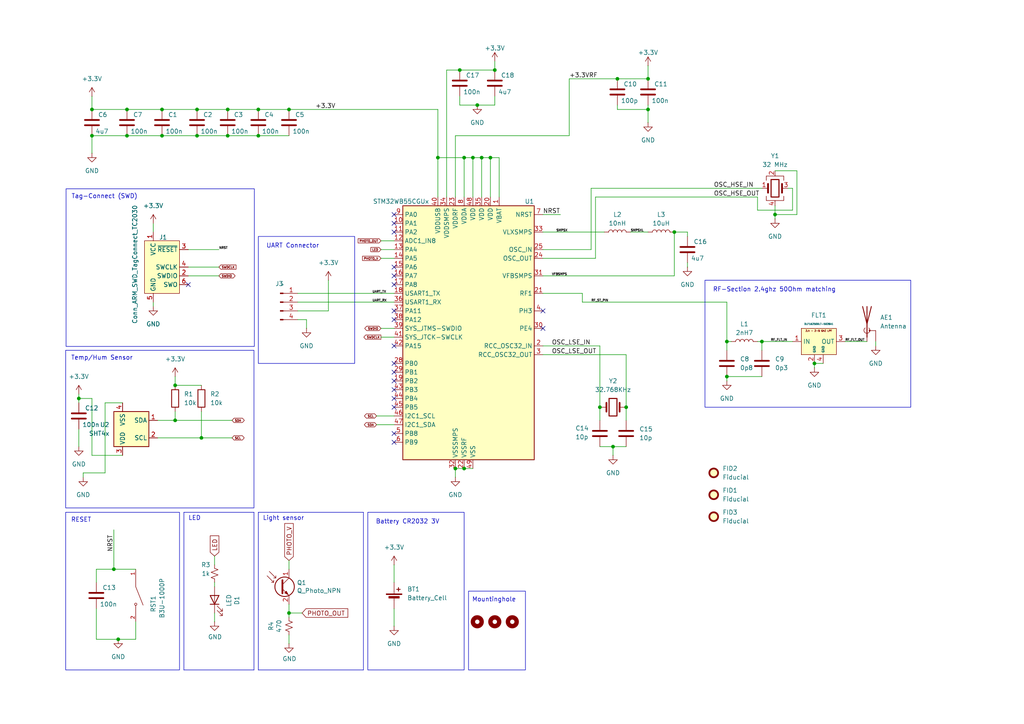
<source format=kicad_sch>
(kicad_sch (version 20231120) (generator "eeschema") (generator_version "8.0")
  (paper "A4")
  (title_block (title "STM32-Ambient-Sensor DEMO") (date "2024-05-18") (rev "1.0") (company "Exeu"))
  (lib_symbols
    (symbol "B3U-1000P:B3U-1000P" (pin_names (offset 1.016) hide)
      (property "Reference" "S" (at -2.54 2.54 0))
      (property "Value" "B3U-1000P" (at -2.54 -2.54 0))
      (symbol "B3U-1000P_0_0"
        (polyline (pts (xy -2.54 0) (xy -5.08 0)) (stroke (width 0.1524)))
        (polyline (pts (xy -2.54 0) (xy 2.794 2.1336)) (stroke (width 0.1524)))
        (polyline (pts (xy 5.08 0) (xy 2.921 0)) (stroke (width 0.1524)))
        (circle (center 2.54 0) (radius 0.3302) (stroke (width 0.1524)))
        (pin passive line (at -7.62 0 0) (length 2.54) (name "~") (number "1"))
        (pin passive line (at 7.62 0 180) (length 2.54) (name "~") (number "2"))
      )
    )
    (symbol "Connector:Conn_01x04_Pin" (pin_names (offset 1.016) hide)
      (property "Reference" "J" (at 0 5.08 0))
      (property "Value" "Conn_01x04_Pin" (at 0 -7.62 0))
      (symbol "Conn_01x04_Pin_1_1"
        (polyline (pts (xy 1.27 -5.08) (xy 0.8636 -5.08)) (stroke (width 0.1524)))
        (polyline (pts (xy 1.27 -2.54) (xy 0.8636 -2.54)) (stroke (width 0.1524)))
        (polyline (pts (xy 1.27 0) (xy 0.8636 0)) (stroke (width 0.1524)))
        (polyline (pts (xy 1.27 2.54) (xy 0.8636 2.54)) (stroke (width 0.1524)))
        (rectangle (start 0.8636 -4.953) (end 0 -5.207) (stroke (width 0.1524)) (fill (type outline)))
        (rectangle (start 0.8636 -2.413) (end 0 -2.667) (stroke (width 0.1524)) (fill (type outline)))
        (rectangle (start 0.8636 0.127) (end 0 -0.127) (stroke (width 0.1524)) (fill (type outline)))
        (rectangle (start 0.8636 2.667) (end 0 2.413) (stroke (width 0.1524)) (fill (type outline)))
        (pin passive line (at 5.08 2.54 180) (length 3.81) (name "Pin_1") (number "1"))
        (pin passive line (at 5.08 0 180) (length 3.81) (name "Pin_2") (number "2"))
        (pin passive line (at 5.08 -2.54 180) (length 3.81) (name "Pin_3") (number "3"))
        (pin passive line (at 5.08 -5.08 180) (length 3.81) (name "Pin_4") (number "4"))
      )
    )
    (symbol "Connector:Conn_ARM_SWD_TagConnect_TC2030" (in_bom no)
      (property "Reference" "J" (at 2.54 11.43 0))
      (property "Value" "Conn_ARM_SWD_TagConnect_TC2030" (at 5.08 8.89 0))
      (symbol "Conn_ARM_SWD_TagConnect_TC2030_0_0"
        (pin power_in line (at -2.54 10.16 270) (length 2.54) (name "VCC") (number "1"))
        (pin bidirectional line (at 7.62 -2.54 180) (length 2.54) (name "SWDIO") (number "2"))
        (pin open_collector line (at 7.62 5.08 180) (length 2.54) (name "~{RESET}") (number "3"))
        (pin output line (at 7.62 0 180) (length 2.54) (name "SWCLK") (number "4"))
        (pin power_in line (at -2.54 -10.16 90) (length 2.54) (name "GND") (number "5"))
        (pin input line (at 7.62 -5.08 180) (length 2.54) (name "SWO") (number "6"))
      )
      (symbol "Conn_ARM_SWD_TagConnect_TC2030_0_1"
        (rectangle (start -5.08 7.62) (end 5.08 -7.62) (fill (type background)))
      )
    )
    (symbol "DLF162500LT-5028A1:DLF162500LT-5028A1"
      (property "Reference" "FLT" (at 0 4.826 0))
      (property "Value" "DLF162500LT-5028A1" (at 0 1.778 0))
      (symbol "DLF162500LT-5028A1_0_0"
        (pin input line (at -7.62 0 0) (length 2.54) (name "IN") (number "1"))
        (pin passive line (at -1.27 -6.35 90) (length 2.54) (name "GND") (number "2"))
        (pin output line (at 7.62 0 180) (length 2.54) (name "OUT") (number "3"))
        (pin passive line (at 1.27 -6.35 90) (length 2.54) (name "GND") (number "4"))
      )
      (symbol "DLF162500LT-5028A1_1_1"
        (text_box "2.4 - 2-5 GhZ LPF" (at -5.08 3.81 0) (size 10.16 -7.62) (fill (type color) (color 255 255 194 1)) (effects (font (size 0.5 0.5)) (justify top)))
      )
    )
    (symbol "Device:Antenna_Shield" (pin_numbers hide) (pin_names (offset 1.016) hide)
      (property "Reference" "AE" (at -1.905 4.445 0))
      (property "Value" "Antenna_Shield" (at -1.905 2.54 0))
      (symbol "Antenna_Shield_0_1"
        (arc (start -0.508 -1.143) (mid -0.8429 -2.1194) (end 0 -2.667))
        (arc (start 0 -2.667) (mid 0.7989 -2.1052) (end 0.508 -1.143))
        (polyline (pts (xy 0 -2.54) (xy 0 0)))
        (polyline (pts (xy 0 5.08) (xy 0 -3.81)) (stroke (width 0.254)))
        (polyline (pts (xy 0.762 -1.905) (xy 2.54 -1.905)))
        (polyline (pts (xy 2.54 -2.54) (xy 2.54 -1.905)))
        (polyline (pts (xy 1.27 5.08) (xy 0 0) (xy -1.27 5.08)) (stroke (width 0.254)))
        (circle (center 0.762 -1.905) (radius 0.1778) (fill (type outline)))
      )
      (symbol "Antenna_Shield_1_1"
        (pin input line (at 0 -5.08 90) (length 2.54) (name "A") (number "1"))
        (pin input line (at 2.54 -5.08 90) (length 2.54) (name "Shield") (number "2"))
      )
    )
    (symbol "Device:Battery_Cell" (pin_numbers hide) (pin_names (offset 0) hide)
      (property "Reference" "BT" (at 2.54 2.54 0))
      (property "Value" "Battery_Cell" (at 2.54 0 0))
      (symbol "Battery_Cell_0_1"
        (rectangle (start -2.286 1.778) (end 2.286 1.524) (fill (type outline)))
        (rectangle (start -1.524 1.016) (end 1.524 0.508) (fill (type outline)))
        (polyline (pts (xy 0 0.762) (xy 0 0)))
        (polyline (pts (xy 0 1.778) (xy 0 2.54)))
        (polyline (pts (xy 0.762 3.048) (xy 1.778 3.048)) (stroke (width 0.254)))
        (polyline (pts (xy 1.27 3.556) (xy 1.27 2.54)) (stroke (width 0.254)))
      )
      (symbol "Battery_Cell_1_1"
        (pin passive line (at 0 5.08 270) (length 2.54) (name "+") (number "1"))
        (pin passive line (at 0 -2.54 90) (length 2.54) (name "-") (number "2"))
      )
    )
    (symbol "Device:C" (pin_numbers hide) (pin_names (offset 0.254))
      (property "Reference" "C" (at 0.635 2.54 0))
      (property "Value" "C" (at 0.635 -2.54 0))
      (symbol "C_0_1"
        (polyline (pts (xy -2.032 -0.762) (xy 2.032 -0.762)) (stroke (width 0.508)))
        (polyline (pts (xy -2.032 0.762) (xy 2.032 0.762)) (stroke (width 0.508)))
      )
      (symbol "C_1_1"
        (pin passive line (at 0 3.81 270) (length 2.794) (name "~") (number "1"))
        (pin passive line (at 0 -3.81 90) (length 2.794) (name "~") (number "2"))
      )
    )
    (symbol "Device:Crystal" (pin_numbers hide) (pin_names (offset 1.016) hide)
      (property "Reference" "Y" (at 0 3.81 0))
      (property "Value" "Crystal" (at 0 -3.81 0))
      (symbol "Crystal_0_1"
        (rectangle (start -1.143 2.54) (end 1.143 -2.54) (stroke (width 0.3048)))
        (polyline (pts (xy -2.54 0) (xy -1.905 0)))
        (polyline (pts (xy -1.905 -1.27) (xy -1.905 1.27)) (stroke (width 0.508)))
        (polyline (pts (xy 1.905 -1.27) (xy 1.905 1.27)) (stroke (width 0.508)))
        (polyline (pts (xy 2.54 0) (xy 1.905 0)))
      )
      (symbol "Crystal_1_1"
        (pin passive line (at -3.81 0 0) (length 1.27) (name "1") (number "1"))
        (pin passive line (at 3.81 0 180) (length 1.27) (name "2") (number "2"))
      )
    )
    (symbol "Device:Crystal_GND24" (pin_names (offset 1.016) hide)
      (property "Reference" "Y" (at 3.175 5.08 0))
      (property "Value" "Crystal_GND24" (at 3.175 3.175 0))
      (symbol "Crystal_GND24_0_1"
        (rectangle (start -1.143 2.54) (end 1.143 -2.54) (stroke (width 0.3048)))
        (polyline (pts (xy -2.54 0) (xy -2.032 0)))
        (polyline (pts (xy -2.032 -1.27) (xy -2.032 1.27)) (stroke (width 0.508)))
        (polyline (pts (xy 0 -3.81) (xy 0 -3.556)))
        (polyline (pts (xy 0 3.556) (xy 0 3.81)))
        (polyline (pts (xy 2.032 -1.27) (xy 2.032 1.27)) (stroke (width 0.508)))
        (polyline (pts (xy 2.032 0) (xy 2.54 0)))
        (polyline (pts (xy -2.54 -2.286) (xy -2.54 -3.556) (xy 2.54 -3.556) (xy 2.54 -2.286)))
        (polyline (pts (xy -2.54 2.286) (xy -2.54 3.556) (xy 2.54 3.556) (xy 2.54 2.286)))
      )
      (symbol "Crystal_GND24_1_1"
        (pin passive line (at -3.81 0 0) (length 1.27) (name "1") (number "1"))
        (pin passive line (at 0 5.08 270) (length 1.27) (name "2") (number "2"))
        (pin passive line (at 3.81 0 180) (length 1.27) (name "3") (number "3"))
        (pin passive line (at 0 -5.08 90) (length 1.27) (name "4") (number "4"))
      )
    )
    (symbol "Device:L" (pin_numbers hide) (pin_names (offset 1.016) hide)
      (property "Reference" "L" (at -1.27 0 90))
      (property "Value" "L" (at 1.905 0 90))
      (symbol "L_0_1"
        (arc (start 0 -2.54) (mid 0.6323 -1.905) (end 0 -1.27))
        (arc (start 0 -1.27) (mid 0.6323 -0.635) (end 0 0))
        (arc (start 0 0) (mid 0.6323 0.635) (end 0 1.27))
        (arc (start 0 1.27) (mid 0.6323 1.905) (end 0 2.54))
      )
      (symbol "L_1_1"
        (pin passive line (at 0 3.81 270) (length 1.27) (name "1") (number "1"))
        (pin passive line (at 0 -3.81 90) (length 1.27) (name "2") (number "2"))
      )
    )
    (symbol "Device:LED" (pin_numbers hide) (pin_names (offset 1.016) hide)
      (property "Reference" "D" (at 0 2.54 0))
      (property "Value" "LED" (at 0 -2.54 0))
      (symbol "LED_0_1"
        (polyline (pts (xy -1.27 -1.27) (xy -1.27 1.27)) (stroke (width 0.254)))
        (polyline (pts (xy -1.27 0) (xy 1.27 0)))
        (polyline (pts (xy 1.27 -1.27) (xy 1.27 1.27) (xy -1.27 0) (xy 1.27 -1.27)) (stroke (width 0.254)))
        (polyline (pts (xy -3.048 -0.762) (xy -4.572 -2.286) (xy -3.81 -2.286) (xy -4.572 -2.286) (xy -4.572 -1.524)))
        (polyline (pts (xy -1.778 -0.762) (xy -3.302 -2.286) (xy -2.54 -2.286) (xy -3.302 -2.286) (xy -3.302 -1.524)))
      )
      (symbol "LED_1_1"
        (pin passive line (at -3.81 0 0) (length 2.54) (name "K") (number "1"))
        (pin passive line (at 3.81 0 180) (length 2.54) (name "A") (number "2"))
      )
    )
    (symbol "Device:Q_Photo_NPN" (pin_names (offset 0) hide)
      (property "Reference" "Q" (at 5.08 1.27 0))
      (property "Value" "Q_Photo_NPN" (at 5.08 -1.27 0))
      (symbol "Q_Photo_NPN_0_1"
        (polyline (pts (xy -1.905 1.27) (xy -2.54 1.27)))
        (polyline (pts (xy -1.27 2.54) (xy -1.905 2.54)))
        (polyline (pts (xy 0.635 0.635) (xy 2.54 2.54)))
        (polyline (pts (xy -3.81 3.175) (xy -1.905 1.27) (xy -1.905 1.905)))
        (polyline (pts (xy -3.175 4.445) (xy -1.27 2.54) (xy -1.27 3.175)))
        (polyline (pts (xy 0.635 -0.635) (xy 2.54 -2.54) (xy 2.54 -2.54)))
        (polyline (pts (xy 0.635 1.905) (xy 0.635 -1.905) (xy 0.635 -1.905)) (stroke (width 0.508)))
        (polyline (pts (xy 1.27 -1.778) (xy 1.778 -1.27) (xy 2.286 -2.286) (xy 1.27 -1.778) (xy 1.27 -1.778)) (fill (type outline)))
        (circle (center 1.27 0) (radius 2.8194) (stroke (width 0.254)))
      )
      (symbol "Q_Photo_NPN_1_1"
        (pin passive line (at 2.54 5.08 270) (length 2.54) (name "C") (number "1"))
        (pin passive line (at 2.54 -5.08 90) (length 2.54) (name "E") (number "2"))
      )
    )
    (symbol "Device:R" (pin_numbers hide) (pin_names (offset 0))
      (property "Reference" "R" (at 2.032 0 90))
      (property "Value" "R" (at 0 0 90))
      (symbol "R_0_1"
        (rectangle (start -1.016 -2.54) (end 1.016 2.54) (stroke (width 0.254)))
      )
      (symbol "R_1_1"
        (pin passive line (at 0 3.81 270) (length 1.27) (name "~") (number "1"))
        (pin passive line (at 0 -3.81 90) (length 1.27) (name "~") (number "2"))
      )
    )
    (symbol "Device:R_Small_US" (pin_numbers hide) (pin_names (offset 0.254) hide)
      (property "Reference" "R" (at 0.762 0.508 0))
      (property "Value" "R_Small_US" (at 0.762 -1.016 0))
      (symbol "R_Small_US_1_1"
        (polyline (pts (xy 0 0) (xy 1.016 -0.381) (xy 0 -0.762) (xy -1.016 -1.143) (xy 0 -1.524)))
        (polyline (pts (xy 0 1.524) (xy 1.016 1.143) (xy 0 0.762) (xy -1.016 0.381) (xy 0 0)))
        (pin passive line (at 0 2.54 270) (length 1.016) (name "~") (number "1"))
        (pin passive line (at 0 -2.54 90) (length 1.016) (name "~") (number "2"))
      )
    )
    (symbol "MCU_ST_STM32WB:STM32WB55CGUx"
      (property "Reference" "U" (at -17.78 39.37 0))
      (property "Value" "STM32WB55CGUx" (at 12.7 39.37 0))
      (symbol "STM32WB55CGUx_0_1"
        (rectangle (start -17.78 -35.56) (end 20.32 38.1) (stroke (width 0.254)) (fill (type background)))
      )
      (symbol "STM32WB55CGUx_1_1"
        (pin power_in line (at -7.62 40.64 270) (length 2.54) (name "VBAT") (number "1"))
        (pin bidirectional line (at 22.86 33.02 180) (length 2.54) (name "PA1") (number "10"))
        (pin bidirectional line (at 22.86 30.48 180) (length 2.54) (name "PA2") (number "11"))
        (pin bidirectional line (at 22.86 27.94 180) (length 2.54) (name "PA3") (number "12") (alternate "ADC1_IN8" bidirectional line))
        (pin bidirectional line (at 22.86 25.4 180) (length 2.54) (name "PA4") (number "13"))
        (pin bidirectional line (at 22.86 22.86 180) (length 2.54) (name "PA5") (number "14"))
        (pin bidirectional line (at 22.86 20.32 180) (length 2.54) (name "PA6") (number "15"))
        (pin bidirectional line (at 22.86 17.78 180) (length 2.54) (name "PA7") (number "16"))
        (pin bidirectional line (at 22.86 15.24 180) (length 2.54) (name "PA8") (number "17") (alternate "" input line))
        (pin bidirectional line (at 22.86 12.7 180) (length 2.54) (name "PA9") (number "18") (alternate "I2C1_SCL" bidirectional line) (alternate "USART1_TX" bidirectional line))
        (pin bidirectional line (at 22.86 -12.7 180) (length 2.54) (name "PB2") (number "19"))
        (pin bidirectional line (at -20.32 -2.54 0) (length 2.54) (name "PC14") (number "2") (alternate "RCC_OSC32_IN" bidirectional line))
        (pin power_in line (at -5.08 40.64 270) (length 2.54) (name "VDD") (number "20"))
        (pin bidirectional line (at -20.32 12.7 0) (length 2.54) (name "RF1") (number "21"))
        (pin power_in line (at 2.54 -38.1 90) (length 2.54) (name "VSSRF") (number "22"))
        (pin power_in line (at 5.08 40.64 270) (length 2.54) (name "VDDRF") (number "23"))
        (pin input line (at -20.32 22.86 0) (length 2.54) (name "OSC_OUT") (number "24"))
        (pin input line (at -20.32 25.4 0) (length 2.54) (name "OSC_IN") (number "25"))
        (pin no_connect line (at -17.78 -35.56 0) (length 2.54) hide (name "AT0") (number "26"))
        (pin no_connect line (at -17.78 -33.02 0) (length 2.54) hide (name "AT1") (number "27"))
        (pin bidirectional line (at 22.86 -7.62 180) (length 2.54) (name "PB0") (number "28"))
        (pin bidirectional line (at 22.86 -10.16 180) (length 2.54) (name "PB1") (number "29"))
        (pin bidirectional line (at -20.32 -5.08 0) (length 2.54) (name "PC15") (number "3") (alternate "RCC_OSC32_OUT" bidirectional line))
        (pin bidirectional line (at -20.32 2.54 0) (length 2.54) (name "PE4") (number "30"))
        (pin input line (at -20.32 17.78 0) (length 2.54) (name "VFBSMPS") (number "31"))
        (pin power_in line (at 5.08 -38.1 90) (length 2.54) (name "VSSSMPS") (number "32"))
        (pin power_in line (at -20.32 30.48 0) (length 2.54) (name "VLXSMPS") (number "33"))
        (pin power_in line (at 7.62 40.64 270) (length 2.54) (name "VDDSMPS") (number "34"))
        (pin power_in line (at -2.54 40.64 270) (length 2.54) (name "VDD") (number "35"))
        (pin bidirectional line (at 22.86 10.16 180) (length 2.54) (name "PA10") (number "36") (alternate "I2C1_SDA" bidirectional line) (alternate "USART1_RX" bidirectional line))
        (pin bidirectional line (at 22.86 7.62 180) (length 2.54) (name "PA11") (number "37"))
        (pin bidirectional line (at 22.86 5.08 180) (length 2.54) (name "PA12") (number "38"))
        (pin bidirectional line (at 22.86 2.54 180) (length 2.54) (name "PA13") (number "39") (alternate "SYS_JTMS-SWDIO" bidirectional line))
        (pin bidirectional line (at -20.32 7.62 0) (length 2.54) (name "PH3") (number "4"))
        (pin power_in line (at 10.16 40.64 270) (length 2.54) (name "VDDUSB") (number "40"))
        (pin bidirectional line (at 22.86 0 180) (length 2.54) (name "PA14") (number "41") (alternate "SYS_JTCK-SWCLK" bidirectional line))
        (pin bidirectional line (at 22.86 -2.54 180) (length 2.54) (name "PA15") (number "42"))
        (pin bidirectional line (at 22.86 -15.24 180) (length 2.54) (name "PB3") (number "43"))
        (pin bidirectional line (at 22.86 -17.78 180) (length 2.54) (name "PB4") (number "44"))
        (pin bidirectional line (at 22.86 -20.32 180) (length 2.54) (name "PB5") (number "45"))
        (pin bidirectional line (at 22.86 -22.86 180) (length 2.54) (name "PB6") (number "46") (alternate "I2C1_SCL" bidirectional line) (alternate "USART1_TX" bidirectional line))
        (pin bidirectional line (at 22.86 -25.4 180) (length 2.54) (name "PB7") (number "47") (alternate "I2C1_SDA" bidirectional line) (alternate "USART1_RX" bidirectional line))
        (pin power_in line (at 0 40.64 270) (length 2.54) (name "VDD") (number "48"))
        (pin power_in line (at 0 -38.1 90) (length 2.54) (name "VSS") (number "49"))
        (pin bidirectional line (at 22.86 -27.94 180) (length 2.54) (name "PB8") (number "5") (alternate "" input line) (alternate "I2C1_SCL" bidirectional line))
        (pin bidirectional line (at 22.86 -30.48 180) (length 2.54) (name "PB9") (number "6") (alternate "" input line) (alternate "I2C1_SDA" bidirectional line))
        (pin input line (at -20.32 35.56 0) (length 2.54) (name "NRST") (number "7"))
        (pin power_in line (at 2.54 40.64 270) (length 2.54) (name "VDDA") (number "8"))
        (pin bidirectional line (at 22.86 35.56 180) (length 2.54) (name "PA0") (number "9"))
      )
    )
    (symbol "Mechanical:Fiducial" (exclude_from_sim yes) (in_bom no)
      (property "Reference" "FID" (at 0 5.08 0))
      (property "Value" "Fiducial" (at 0 3.175 0))
      (symbol "Fiducial_0_1"
        (circle (center 0 0) (radius 1.27) (stroke (width 0.508)) (fill (type background)))
      )
    )
    (symbol "Mechanical:MountingHole" (pin_names (offset 1.016)) (exclude_from_sim yes) (in_bom no)
      (property "Reference" "H" (at 0 5.08 0))
      (property "Value" "MountingHole" (at 0 3.175 0))
      (symbol "MountingHole_0_1"
        (circle (center 0 0) (radius 1.27) (stroke (width 1.27)))
      )
    )
    (symbol "Sensor_Humidity:SHT4x"
      (property "Reference" "U" (at 0 8.89 0))
      (property "Value" "SHT4x" (at 0 6.35 0))
      (symbol "SHT4x_1_1"
        (rectangle (start -5.08 5.08) (end 5.08 -5.08) (stroke (width 0.254)) (fill (type background)))
        (pin bidirectional line (at -7.62 -2.54 0) (length 2.54) (name "SDA") (number "1"))
        (pin input line (at -7.62 2.54 0) (length 2.54) (name "SCL") (number "2"))
        (pin power_in line (at 2.54 7.62 270) (length 2.54) (name "VDD") (number "3"))
        (pin power_in line (at 2.54 -7.62 90) (length 2.54) (name "VSS") (number "4"))
      )
    )
    (symbol "power:+3.3V" (power) (pin_numbers hide) (pin_names (offset 0) hide)
      (property "Value" "+3.3V" (at 0 3.556 0))
      (symbol "+3.3V_0_1"
        (polyline (pts (xy -0.762 1.27) (xy 0 2.54)))
        (polyline (pts (xy 0 0) (xy 0 2.54)))
        (polyline (pts (xy 0 2.54) (xy 0.762 1.27)))
      )
      (symbol "+3.3V_1_1"
        (pin power_in line (at 0 0 90) (length 0) (name "~") (number "1"))
      )
    )
    (symbol "power:GND" (power) (pin_numbers hide) (pin_names (offset 0) hide)
      (property "Value" "GND" (at 0 -3.81 0))
      (symbol "GND_0_1"
        (polyline (pts (xy 0 0) (xy 0 -1.27) (xy 1.27 -1.27) (xy 0 -2.54) (xy -1.27 -1.27) (xy 0 -1.27)))
      )
      (symbol "GND_1_1"
        (pin power_in line (at 0 0 270) (length 0) (name "~") (number "1"))
      )
    )
  )
  (junction (at 132.08 135.89))
  (junction (at 46.99 31.75))
  (junction (at 36.83 31.75))
  (junction (at 50.8 121.92))
  (junction (at 66.04 31.75))
  (junction (at 236.22 105.41))
  (junction (at 26.67 31.75))
  (junction (at 177.8 129.54))
  (junction (at 137.16 45.72))
  (junction (at 34.29 185.42))
  (junction (at 74.93 31.75))
  (junction (at 134.62 45.72))
  (junction (at 187.96 22.86))
  (junction (at 74.93 39.37))
  (junction (at 33.02 165.1))
  (junction (at 181.61 118.11))
  (junction (at 224.79 62.23))
  (junction (at 143.51 20.32))
  (junction (at 195.58 67.31))
  (junction (at 26.67 39.37))
  (junction (at 138.43 30.48))
  (junction (at 66.04 39.37))
  (junction (at 127 45.72))
  (junction (at 187.96 31.75))
  (junction (at 179.07 22.86))
  (junction (at 139.7 45.72))
  (junction (at 210.82 99.06))
  (junction (at 133.35 20.32))
  (junction (at 142.24 45.72))
  (junction (at 220.98 99.06))
  (junction (at 210.82 109.22))
  (junction (at 57.15 39.37))
  (junction (at 83.82 177.8))
  (junction (at 22.86 115.57))
  (junction (at 173.99 118.11))
  (junction (at 57.15 31.75))
  (junction (at 83.82 31.75))
  (junction (at 58.42 127))
  (junction (at 46.99 39.37))
  (junction (at 36.83 39.37))
  (junction (at 134.62 135.89))
  (junction (at 50.8 111.76))
  (no_connect (at 114.3 82.55))
  (no_connect (at 114.3 105.41))
  (no_connect (at 114.3 62.23))
  (no_connect (at 114.3 92.71))
  (no_connect (at 114.3 77.47))
  (no_connect (at 157.48 95.25))
  (no_connect (at 114.3 80.01))
  (no_connect (at 114.3 100.33))
  (no_connect (at 54.61 82.55))
  (no_connect (at 114.3 125.73))
  (no_connect (at 157.48 90.17))
  (no_connect (at 114.3 67.31))
  (no_connect (at 114.3 113.03))
  (no_connect (at 114.3 128.27))
  (no_connect (at 114.3 107.95))
  (no_connect (at 114.3 118.11))
  (no_connect (at 114.3 110.49))
  (no_connect (at 114.3 64.77))
  (no_connect (at 114.3 90.17))
  (no_connect (at 114.3 115.57))
  (wire (pts (xy 133.35 27.94) (xy 133.35 30.48)))
  (wire (pts (xy 39.37 185.42) (xy 39.37 180.34)))
  (wire (pts (xy 179.07 22.86) (xy 187.96 22.86)))
  (wire (pts (xy 245.11 99.06) (xy 251.46 99.06)))
  (wire (pts (xy 22.86 124.46) (xy 22.86 129.54)))
  (wire (pts (xy 58.42 119.38) (xy 58.42 127)))
  (wire (pts (xy 26.67 27.94) (xy 26.67 31.75)))
  (wire (pts (xy 26.67 31.75) (xy 36.83 31.75)))
  (polyline (pts (xy 53.34 194.31) (xy 73.66 194.31)))
  (wire (pts (xy 177.8 129.54) (xy 181.61 129.54)))
  (wire (pts (xy 137.16 45.72) (xy 137.16 57.15)))
  (wire (pts (xy 83.82 31.75) (xy 127 31.75)))
  (wire (pts (xy 26.67 39.37) (xy 36.83 39.37)))
  (wire (pts (xy 195.58 67.31) (xy 195.58 80.01)))
  (wire (pts (xy 199.39 67.31) (xy 199.39 68.58)))
  (wire (pts (xy 54.61 72.39) (xy 63.5 72.39)))
  (wire (pts (xy 157.48 102.87) (xy 181.61 102.87)))
  (wire (pts (xy 182.88 67.31) (xy 187.96 67.31)))
  (wire (pts (xy 26.67 132.08) (xy 35.56 132.08)))
  (wire (pts (xy 172.72 74.93) (xy 157.48 74.93)))
  (wire (pts (xy 24.13 138.43) (xy 24.13 137.16)))
  (wire (pts (xy 137.16 45.72) (xy 134.62 45.72)))
  (wire (pts (xy 142.24 45.72) (xy 139.7 45.72)))
  (wire (pts (xy 110.49 97.79) (xy 114.3 97.79)))
  (wire (pts (xy 57.15 39.37) (xy 66.04 39.37)))
  (wire (pts (xy 210.82 109.22) (xy 220.98 109.22)))
  (wire (pts (xy 133.35 30.48) (xy 138.43 30.48)))
  (wire (pts (xy 172.72 57.15) (xy 172.72 74.93)))
  (wire (pts (xy 109.22 123.19) (xy 114.3 123.19)))
  (wire (pts (xy 229.87 60.96) (xy 229.87 54.61)))
  (wire (pts (xy 210.82 99.06) (xy 212.09 99.06)))
  (wire (pts (xy 44.45 87.63) (xy 44.45 88.9)))
  (polyline (pts (xy 105.41 148.59) (xy 105.41 194.31)))
  (wire (pts (xy 62.23 161.29) (xy 62.23 163.83)))
  (wire (pts (xy 254 99.06) (xy 254 100.33)))
  (wire (pts (xy 165.1 22.86) (xy 165.1 39.37)))
  (wire (pts (xy 50.8 121.92) (xy 67.31 121.92)))
  (wire (pts (xy 171.45 54.61) (xy 171.45 72.39)))
  (wire (pts (xy 66.04 39.37) (xy 74.93 39.37)))
  (wire (pts (xy 172.72 57.15) (xy 219.71 57.15)))
  (wire (pts (xy 199.39 76.2) (xy 199.39 77.47)))
  (wire (pts (xy 45.72 121.92) (xy 50.8 121.92)))
  (polyline (pts (xy 74.93 194.31) (xy 105.41 194.31)))
  (wire (pts (xy 187.96 19.05) (xy 187.96 22.86)))
  (wire (pts (xy 132.08 135.89) (xy 132.08 138.43)))
  (wire (pts (xy 83.82 162.56) (xy 83.82 165.1)))
  (wire (pts (xy 62.23 168.91) (xy 62.23 170.18)))
  (wire (pts (xy 33.02 165.1) (xy 39.37 165.1)))
  (wire (pts (xy 224.79 62.23) (xy 224.79 63.5)))
  (polyline (pts (xy 105.41 148.59) (xy 74.93 148.59)))
  (wire (pts (xy 62.23 177.8) (xy 62.23 180.34)))
  (wire (pts (xy 187.96 30.48) (xy 187.96 31.75)))
  (wire (pts (xy 165.1 39.37) (xy 132.08 39.37)))
  (wire (pts (xy 129.54 57.15) (xy 129.54 20.32)))
  (wire (pts (xy 109.22 120.65) (xy 114.3 120.65)))
  (wire (pts (xy 44.45 64.77) (xy 44.45 67.31)))
  (wire (pts (xy 173.99 118.11) (xy 173.99 121.92)))
  (wire (pts (xy 132.08 39.37) (xy 132.08 57.15)))
  (wire (pts (xy 110.49 72.39) (xy 114.3 72.39)))
  (wire (pts (xy 168.91 85.09) (xy 157.48 85.09)))
  (wire (pts (xy 24.13 137.16) (xy 30.48 137.16)))
  (wire (pts (xy 157.48 67.31) (xy 175.26 67.31)))
  (wire (pts (xy 74.93 31.75) (xy 83.82 31.75)))
  (wire (pts (xy 30.48 116.84) (xy 35.56 116.84)))
  (wire (pts (xy 171.45 54.61) (xy 220.98 54.61)))
  (wire (pts (xy 88.9 92.71) (xy 88.9 95.25)))
  (wire (pts (xy 127 31.75) (xy 127 45.72)))
  (wire (pts (xy 26.67 39.37) (xy 26.67 44.45)))
  (wire (pts (xy 179.07 30.48) (xy 179.07 31.75)))
  (wire (pts (xy 144.78 57.15) (xy 144.78 45.72)))
  (wire (pts (xy 177.8 129.54) (xy 177.8 132.08)))
  (wire (pts (xy 95.25 81.28) (xy 95.25 90.17)))
  (wire (pts (xy 66.04 31.75) (xy 74.93 31.75)))
  (wire (pts (xy 134.62 45.72) (xy 127 45.72)))
  (wire (pts (xy 231.14 62.23) (xy 224.79 62.23)))
  (wire (pts (xy 143.51 17.78) (xy 143.51 20.32)))
  (wire (pts (xy 210.82 101.6) (xy 210.82 99.06)))
  (wire (pts (xy 54.61 77.47) (xy 63.5 77.47)))
  (wire (pts (xy 236.22 105.41) (xy 238.76 105.41)))
  (wire (pts (xy 143.51 27.94) (xy 143.51 30.48)))
  (wire (pts (xy 168.91 87.63) (xy 210.82 87.63)))
  (wire (pts (xy 33.02 153.67) (xy 33.02 165.1)))
  (wire (pts (xy 30.48 137.16) (xy 30.48 116.84)))
  (wire (pts (xy 22.86 115.57) (xy 22.86 116.84)))
  (wire (pts (xy 134.62 135.89) (xy 137.16 135.89)))
  (wire (pts (xy 127 45.72) (xy 127 57.15)))
  (wire (pts (xy 36.83 39.37) (xy 46.99 39.37)))
  (wire (pts (xy 219.71 57.15) (xy 219.71 60.96)))
  (wire (pts (xy 58.42 127) (xy 67.31 127)))
  (wire (pts (xy 229.87 54.61) (xy 228.6 54.61)))
  (polyline (pts (xy 53.34 148.59) (xy 53.34 194.31)))
  (wire (pts (xy 173.99 129.54) (xy 177.8 129.54)))
  (wire (pts (xy 220.98 99.06) (xy 220.98 101.6)))
  (wire (pts (xy 114.3 176.53) (xy 114.3 181.61)))
  (wire (pts (xy 157.48 100.33) (xy 173.99 100.33)))
  (wire (pts (xy 224.79 59.69) (xy 224.79 62.23)))
  (wire (pts (xy 83.82 177.8) (xy 87.63 177.8)))
  (wire (pts (xy 34.29 185.42) (xy 39.37 185.42)))
  (wire (pts (xy 144.78 45.72) (xy 142.24 45.72)))
  (wire (pts (xy 22.86 115.57) (xy 26.67 115.57)))
  (wire (pts (xy 219.71 60.96) (xy 229.87 60.96)))
  (wire (pts (xy 27.94 165.1) (xy 33.02 165.1)))
  (wire (pts (xy 114.3 163.83) (xy 114.3 168.91)))
  (wire (pts (xy 83.82 184.15) (xy 83.82 186.69)))
  (wire (pts (xy 86.36 92.71) (xy 88.9 92.71)))
  (wire (pts (xy 139.7 45.72) (xy 137.16 45.72)))
  (wire (pts (xy 132.08 135.89) (xy 134.62 135.89)))
  (wire (pts (xy 231.14 49.53) (xy 231.14 62.23)))
  (wire (pts (xy 26.67 115.57) (xy 26.67 132.08)))
  (wire (pts (xy 142.24 45.72) (xy 142.24 57.15)))
  (wire (pts (xy 168.91 87.63) (xy 168.91 85.09)))
  (wire (pts (xy 46.99 31.75) (xy 57.15 31.75)))
  (wire (pts (xy 83.82 175.26) (xy 83.82 177.8)))
  (wire (pts (xy 210.82 87.63) (xy 210.82 99.06)))
  (wire (pts (xy 36.83 31.75) (xy 46.99 31.75)))
  (wire (pts (xy 139.7 45.72) (xy 139.7 57.15)))
  (wire (pts (xy 220.98 99.06) (xy 219.71 99.06)))
  (wire (pts (xy 171.45 72.39) (xy 157.48 72.39)))
  (wire (pts (xy 57.15 31.75) (xy 66.04 31.75)))
  (wire (pts (xy 179.07 31.75) (xy 187.96 31.75)))
  (wire (pts (xy 22.86 114.3) (xy 22.86 115.57)))
  (wire (pts (xy 83.82 177.8) (xy 83.82 179.07)))
  (wire (pts (xy 187.96 31.75) (xy 187.96 35.56)))
  (wire (pts (xy 210.82 109.22) (xy 210.82 110.49)))
  (wire (pts (xy 181.61 118.11) (xy 181.61 121.92)))
  (wire (pts (xy 110.49 95.25) (xy 114.3 95.25)))
  (wire (pts (xy 110.49 69.85) (xy 114.3 69.85)))
  (wire (pts (xy 138.43 30.48) (xy 143.51 30.48)))
  (wire (pts (xy 165.1 22.86) (xy 179.07 22.86)))
  (wire (pts (xy 46.99 39.37) (xy 57.15 39.37)))
  (wire (pts (xy 220.98 99.06) (xy 229.87 99.06)))
  (wire (pts (xy 224.79 49.53) (xy 231.14 49.53)))
  (wire (pts (xy 129.54 20.32) (xy 133.35 20.32)))
  (wire (pts (xy 50.8 119.38) (xy 50.8 121.92)))
  (wire (pts (xy 74.93 39.37) (xy 83.82 39.37)))
  (wire (pts (xy 181.61 102.87) (xy 181.61 118.11)))
  (polyline (pts (xy 73.66 148.59) (xy 53.34 148.59)))
  (wire (pts (xy 27.94 176.53) (xy 27.94 185.42)))
  (wire (pts (xy 86.36 87.63) (xy 114.3 87.63)))
  (wire (pts (xy 45.72 127) (xy 58.42 127)))
  (wire (pts (xy 173.99 100.33) (xy 173.99 118.11)))
  (wire (pts (xy 195.58 80.01) (xy 157.48 80.01)))
  (wire (pts (xy 27.94 168.91) (xy 27.94 165.1)))
  (polyline (pts (xy 73.66 148.59) (xy 73.66 194.31)))
  (wire (pts (xy 54.61 80.01) (xy 63.5 80.01)))
  (wire (pts (xy 134.62 45.72) (xy 134.62 57.15)))
  (wire (pts (xy 195.58 67.31) (xy 199.39 67.31)))
  (wire (pts (xy 110.49 74.93) (xy 114.3 74.93)))
  (wire (pts (xy 133.35 20.32) (xy 143.51 20.32)))
  (wire (pts (xy 27.94 185.42) (xy 34.29 185.42)))
  (polyline (pts (xy 74.93 148.59) (xy 74.93 194.31)))
  (wire (pts (xy 157.48 62.23) (xy 162.56 62.23)))
  (wire (pts (xy 86.36 85.09) (xy 114.3 85.09)))
  (wire (pts (xy 50.8 109.22) (xy 50.8 111.76)))
  (wire (pts (xy 86.36 90.17) (xy 95.25 90.17)))
  (wire (pts (xy 236.22 105.41) (xy 236.22 106.68)))
  (wire (pts (xy 50.8 111.76) (xy 58.42 111.76)))
  (rectangle (start 106.68 148.59) (end 134.62 194.31))
  (rectangle (start 204.47 81.28) (end 264.16 118.11))
  (rectangle (start 19.05 101.6) (end 73.66 147.32))
  (rectangle (start 19.05 148.59) (end 52.07 194.31))
  (rectangle (start 19.1616 54.7568) (end 73.7716 100.4768))
  (rectangle (start 135.89 171.45) (end 152.4 194.31))
  (rectangle (start 74.93 68.58) (end 102.87 105.41))
  (text "LED" (at 54.61 151.13 0) (effects (font (size 1.27 1.27)) (justify left bottom)))
  (text "RESET" (at 20.574 151.638 0) (effects (font (size 1.27 1.27)) (justify left bottom)))
  (text "Mountinghole\n" (at 136.906 174.752 0) (effects (font (size 1.27 1.27)) (justify left bottom)))
  (text "RF-Section 2.4ghz 50Ohm matching" (at 206.756 84.836 0) (effects (font (size 1.27 1.27)) (justify left bottom)))
  (text "UART Connector\n" (at 77.216 72.136 0) (effects (font (size 1.27 1.27)) (justify left bottom)))
  (text "Light sensor" (at 76.2 151.13 0) (effects (font (size 1.27 1.27)) (justify left bottom)))
  (text "Battery CR2032 3V" (at 108.966 152.146 0) (effects (font (size 1.27 1.27)) (justify left bottom)))
  (text "Temp/Hum Sensor" (at 20.574 104.648 0) (effects (font (size 1.27 1.27)) (justify left bottom)))
  (text "Tag-Connect (SWD)" (at 20.6856 57.8048 0) (effects (font (size 1.27 1.27)) (justify left bottom)))
  (label "SMPSX" (at 161.29 67.31 0) (effects (font (size 0.635 0.635))))
  (label "UART_TX" (at 107.95 85.09 0) (effects (font (size 0.635 0.635))))
  (label "UART_RX" (at 107.95 87.63 0) (effects (font (size 0.635 0.635))))
  (label "OSC_HSE_IN" (at 207.01 54.61 0))
  (label "NRST" (at 157.48 62.23 0))
  (label "RF_FLT_IN" (at 223.52 99.06 0) (effects (font (size 0.635 0.635))))
  (label "NRST" (at 33.02 160.02 90))
  (label "OSC_LSE_OUT" (at 160.02 102.87 0))
  (label "+3.3V" (at 91.44 31.75 0))
  (label "+3.3VRF" (at 165.1 22.86 0))
  (label "SMPSXL" (at 182.88 67.31 0) (effects (font (size 0.635 0.635))))
  (label "RF_FLT_OUT" (at 245.11 99.06 0) (effects (font (size 0.635 0.635))))
  (label "VFBSMPS" (at 160.02 80.01 0) (effects (font (size 0.635 0.635))))
  (label "NRST" (at 63.5 72.39 0) (effects (font (size 0.635 0.635))))
  (label "OSC_HSE_OUT" (at 207.01 57.15 0))
  (label "OSC_LSE_IN" (at 160.02 100.33 0))
  (label "RF_ST_PIN" (at 171.45 87.63 0) (effects (font (size 0.635 0.635))))
  (global_label "SDA" (shape bidirectional) (at 109.22 123.19 180) (effects (font (size 0.635 0.635))) (property "Intersheetrefs" "${INTERSHEET_REFS}" (effects (hide yes))))
  (global_label "LED" (shape input) (at 62.23 161.29 90) (property "Intersheetrefs" "${INTERSHEET_REFS}" (effects (hide yes))))
  (global_label "SCL" (shape bidirectional) (at 109.22 120.65 180) (effects (font (size 0.635 0.635))) (property "Intersheetrefs" "${INTERSHEET_REFS}" (effects (hide yes))))
  (global_label "SCL" (shape bidirectional) (at 67.31 127 0) (effects (font (size 0.635 0.635))) (property "Intersheetrefs" "${INTERSHEET_REFS}" (effects (hide yes))))
  (global_label "PHOTO_V" (shape input) (at 110.49 74.93 180) (effects (font (size 0.635 0.635))) (property "Intersheetrefs" "${INTERSHEET_REFS}" (effects (hide yes))))
  (global_label "PHOTO_OUT" (shape input) (at 87.63 177.8 0) (property "Intersheetrefs" "${INTERSHEET_REFS}" (effects (hide yes))))
  (global_label "PHOTO_V" (shape input) (at 83.82 162.56 90) (property "Intersheetrefs" "${INTERSHEET_REFS}" (effects (hide yes))))
  (global_label "SWDIO" (shape bidirectional) (at 110.49 95.25 180) (effects (font (size 0.635 0.635))) (property "Intersheetrefs" "${INTERSHEET_REFS}" (effects (hide yes))))
  (global_label "SDA" (shape bidirectional) (at 67.31 121.92 0) (effects (font (size 0.635 0.635))) (property "Intersheetrefs" "${INTERSHEET_REFS}" (effects (hide yes))))
  (global_label "LED" (shape input) (at 110.49 72.39 180) (effects (font (size 0.635 0.635))) (property "Intersheetrefs" "${INTERSHEET_REFS}" (effects (hide yes))))
  (global_label "SWDCLK" (shape output) (at 110.49 97.79 180) (effects (font (size 0.635 0.635))) (property "Intersheetrefs" "${INTERSHEET_REFS}" (effects (hide yes))))
  (global_label "PHOTO_OUT" (shape input) (at 110.49 69.85 180) (effects (font (size 0.635 0.635))) (property "Intersheetrefs" "${INTERSHEET_REFS}" (effects (hide yes))))
  (global_label "SWDIO" (shape bidirectional) (at 63.5 80.01 0) (effects (font (size 0.635 0.635))) (property "Intersheetrefs" "${INTERSHEET_REFS}" (effects (hide yes))))
  (global_label "SWDCLK" (shape input) (at 63.5 77.47 0) (effects (font (size 0.635 0.635))) (property "Intersheetrefs" "${INTERSHEET_REFS}" (effects (hide yes))))
  (symbol (lib_id "power:+3.3V") (at 95.25 81.28 0) (unit 1)
    (property "Reference" "#PWR026" (effects (hide yes)))
    (property "Value" "+3.3V" (at 95.25 76.2 0))
    (property "Description" "Power symbol creates a global label with name \"+3.3V\"" (effects (hide yes)))
  )
  (symbol (lib_id "power:GND") (at 26.67 44.45 0) (unit 1)
    (property "Reference" "#PWR01" (effects (hide yes)))
    (property "Value" "GND" (at 26.67 49.53 0))
    (property "Description" "Power symbol creates a global label with name \"GND\" , ground" (effects (hide yes)))
  )
  (symbol (lib_id "Device:L") (at 191.77 67.31 90) (unit 1)
    (property "Reference" "L3" (at 191.77 62.23 90))
    (property "Value" "10uH" (at 191.77 64.77 90))
    (property "Footprint" "Inductor_SMD:L_0805_2012Metric" (effects (hide yes)))
    (property "Description" "Inductor" (effects (hide yes)))
    (property "LCSC" "C98030" (effects (hide yes)))
  )
  (symbol (lib_id "power:GND") (at 132.08 138.43 0) (unit 1)
    (property "Reference" "#PWR03" (effects (hide yes)))
    (property "Value" "GND" (at 132.08 143.51 0))
    (property "Description" "Power symbol creates a global label with name \"GND\" , ground" (effects (hide yes)))
  )
  (symbol (lib_id "Mechanical:Fiducial") (at 207.01 137.16 0) (unit 1) (exclude_from_sim yes) (in_bom no)
    (property "Reference" "FID2" (at 209.55 135.8899 0) (effects (justify left)))
    (property "Value" "Fiducial" (at 209.55 138.4299 0) (effects (justify left)))
    (property "Footprint" "Fiducial:Fiducial_0.5mm_Mask1mm" (effects (hide yes)))
    (property "Description" "Fiducial Marker" (effects (hide yes)))
  )
  (symbol (lib_id "Device:Q_Photo_NPN") (at 81.28 170.18 0) (unit 1)
    (property "Reference" "Q1" (at 86.106 169.0116 0) (effects (justify left)))
    (property "Value" "Q_Photo_NPN" (at 86.106 171.323 0) (effects (justify left)))
    (property "Footprint" "Diode_SMD:D_0603_1608Metric" (effects (hide yes)))
    (property "Datasheet" "https://datasheet.lcsc.com/lcsc/1806131537_Everlight-Elec-ALS-PT19-315C-L177-TR8_C146233.pdf" (effects (hide yes)))
    (property "LCSC" "C146233" (effects (hide yes)))
  )
  (symbol (lib_id "Device:C") (at 27.94 172.72 0) (unit 1)
    (property "Reference" "C13" (at 29.718 170.434 0) (effects (justify left)))
    (property "Value" "100n" (at 28.956 175.26 0) (effects (justify left)))
    (property "Footprint" "Capacitor_SMD:C_0402_1005Metric" (effects (hide yes)))
    (property "Description" "Unpolarized capacitor" (effects (hide yes)))
    (property "LCSC" "C1525" (effects (hide yes)))
  )
  (symbol (lib_id "power:GND") (at 83.82 186.69 0) (unit 1)
    (property "Reference" "#PWR023" (effects (hide yes)))
    (property "Value" "GND" (at 83.947 191.0842 0))
  )
  (symbol (lib_id "DLF162500LT-5028A1:DLF162500LT-5028A1") (at 237.49 99.06 0) (unit 1)
    (property "Reference" "FLT1" (at 237.49 91.44 0))
    (property "Value" "DLF162500LT-5028A1" (at 237.49 93.98 0) (effects (font (size 0.5 0.5))))
    (property "Footprint" "DLF162500:DLF162500LT-5028A1" (effects (hide yes)))
    (property "LCSC" "C531364" (effects (hide yes)))
  )
  (symbol (lib_id "Device:Battery_Cell") (at 114.3 173.99 0) (unit 1)
    (property "Reference" "BT1" (at 118.11 170.8784 0) (effects (justify left)))
    (property "Value" "Battery_Cell" (at 118.11 173.4184 0) (effects (justify left)))
    (property "Footprint" "Battery:BatteryHolder_MPD_BC2003_1x2032" (effects (hide yes)))
    (property "Description" "Single-cell battery" (effects (hide yes)))
  )
  (symbol (lib_id "Device:C") (at 179.07 26.67 0) (unit 1)
    (property "Reference" "C10" (at 180.848 24.384 0) (effects (justify left)))
    (property "Value" "100p" (at 180.086 29.21 0) (effects (justify left)))
    (property "Footprint" "Capacitor_SMD:C_0402_1005Metric" (effects (hide yes)))
    (property "Description" "Unpolarized capacitor" (effects (hide yes)))
    (property "LCSC" "C1546" (effects (hide yes)))
  )
  (symbol (lib_id "power:GND") (at 138.43 30.48 0) (unit 1)
    (property "Reference" "#PWR018" (effects (hide yes)))
    (property "Value" "GND" (at 138.43 35.56 0))
    (property "Description" "Power symbol creates a global label with name \"GND\" , ground" (effects (hide yes)))
  )
  (symbol (lib_id "Device:C") (at 199.39 72.39 0) (unit 1)
    (property "Reference" "C16" (at 201.168 70.104 0) (effects (justify left)))
    (property "Value" "4u7" (at 200.406 74.93 0) (effects (justify left)))
    (property "Footprint" "Capacitor_SMD:C_0603_1608Metric" (effects (hide yes)))
    (property "Description" "Unpolarized capacitor" (effects (hide yes)))
    (property "LCSC" "C19666" (effects (hide yes)))
  )
  (symbol (lib_id "Device:L") (at 179.07 67.31 90) (unit 1)
    (property "Reference" "L2" (at 179.07 62.23 90))
    (property "Value" "10nH" (at 179.07 64.77 90))
    (property "Footprint" "Inductor_SMD:L_0402_1005Metric" (effects (hide yes)))
    (property "Description" "Inductor" (effects (hide yes)))
    (property "LCSC" "C464435" (effects (hide yes)))
  )
  (symbol (lib_id "Device:C") (at 26.67 35.56 0) (unit 1)
    (property "Reference" "C6" (at 28.448 33.274 0) (effects (justify left)))
    (property "Value" "4u7" (at 27.686 38.1 0) (effects (justify left)))
    (property "Footprint" "Capacitor_SMD:C_0603_1608Metric" (effects (hide yes)))
    (property "Description" "Unpolarized capacitor" (effects (hide yes)))
    (property "LCSC" "C19666" (effects (hide yes)))
  )
  (symbol (lib_id "Connector:Conn_ARM_SWD_TagConnect_TC2030") (at 46.99 77.47 0) (unit 1) (in_bom no)
    (property "Reference" "J1" (at 48.514 68.834 0) (effects (justify right)))
    (property "Value" "Conn_ARM_SWD_TagConnect_TC2030" (at 39.116 59.436 90) (effects (justify right)))
    (property "Footprint" "Connector:Tag-Connect_TC2030-IDC-NL_2x03_P1.27mm_Vertical" (effects (hide yes)))
    (property "Datasheet" "https://www.tag-connect.com/wp-content/uploads/bsk-pdf-manager/TC2030-CTX_1.pdf" (effects (hide yes)))
    (property "Description" "Tag-Connect ARM Cortex SWD JTAG connector, 6 pin" (effects (hide yes)))
  )
  (symbol (lib_id "power:+3.3V") (at 187.96 19.05 0) (unit 1)
    (property "Reference" "#PWR07" (effects (hide yes)))
    (property "Value" "+3.3V" (at 187.96 15.24 0))
    (property "Description" "Power symbol creates a global label with name \"+3.3V\"" (effects (hide yes)))
  )
  (symbol (lib_id "power:+3.3V") (at 26.67 27.94 0) (unit 1)
    (property "Reference" "#PWR02" (effects (hide yes)))
    (property "Value" "+3.3V" (at 26.67 22.86 0))
    (property "Description" "Power symbol creates a global label with name \"+3.3V\"" (effects (hide yes)))
  )
  (symbol (lib_id "power:GND") (at 199.39 77.47 0) (unit 1)
    (property "Reference" "#PWR017" (effects (hide yes)))
    (property "Value" "GND" (at 199.39 82.55 0))
    (property "Description" "Power symbol creates a global label with name \"GND\" , ground" (effects (hide yes)))
  )
  (symbol (lib_id "Device:C") (at 220.98 105.41 0) (unit 1)
    (property "Reference" "C9" (at 224.79 104.1399 0) (effects (justify left)))
    (property "Value" "0p3" (at 224.79 106.6799 0) (effects (justify left)))
    (property "Footprint" "Capacitor_SMD:C_0402_1005Metric" (effects (hide yes)))
    (property "Description" "Unpolarized capacitor" (effects (hide yes)))
    (property "LCSC" "C76909" (effects (hide yes)))
  )
  (symbol (lib_id "Device:L") (at 215.9 99.06 90) (unit 1)
    (property "Reference" "L1" (at 215.9 93.98 90))
    (property "Value" "2nH7" (at 215.9 96.52 90))
    (property "Footprint" "Inductor_SMD:L_0402_1005Metric" (effects (hide yes)))
    (property "Description" "Inductor" (effects (hide yes)))
    (property "LCSC" "C434826" (effects (hide yes)))
  )
  (symbol (lib_id "Device:C") (at 181.61 125.73 0) (unit 1)
    (property "Reference" "C15" (at 185.42 124.4599 0) (effects (justify left)))
    (property "Value" "10p" (at 185.42 126.9999 0) (effects (justify left)))
    (property "Footprint" "Capacitor_SMD:C_0402_1005Metric" (effects (hide yes)))
    (property "Description" "Unpolarized capacitor" (effects (hide yes)))
    (property "LCSC" "C32949" (effects (hide yes)))
  )
  (symbol (lib_id "power:+3.3V") (at 114.3 163.83 0) (unit 1)
    (property "Reference" "#PWR021" (effects (hide yes)))
    (property "Value" "+3.3V" (at 114.3 158.75 0))
    (property "Description" "Power symbol creates a global label with name \"+3.3V\"" (effects (hide yes)))
  )
  (symbol (lib_id "power:GND") (at 24.13 138.43 0) (unit 1)
    (property "Reference" "#PWR011" (effects (hide yes)))
    (property "Value" "GND" (at 24.13 143.51 0))
    (property "Description" "Power symbol creates a global label with name \"GND\" , ground" (effects (hide yes)))
  )
  (symbol (lib_id "power:GND") (at 254 100.33 0) (unit 1)
    (property "Reference" "#PWR027" (effects (hide yes)))
    (property "Value" "GND" (at 254 105.41 0))
    (property "Description" "Power symbol creates a global label with name \"GND\" , ground" (effects (hide yes)))
  )
  (symbol (lib_id "power:GND") (at 177.8 132.08 0) (unit 1)
    (property "Reference" "#PWR016" (effects (hide yes)))
    (property "Value" "GND" (at 177.8 137.16 0))
    (property "Description" "Power symbol creates a global label with name \"GND\" , ground" (effects (hide yes)))
  )
  (symbol (lib_id "Device:Crystal_GND24") (at 224.79 54.61 0) (unit 1)
    (property "Reference" "Y1" (at 224.79 45.212 0))
    (property "Value" "32 MHz" (at 224.79 47.752 0))
    (property "Footprint" "Crystal:Crystal_SMD_2016-4Pin_2.0x1.6mm" (effects (hide yes)))
    (property "Description" "Four pin crystal, GND on pins 2 and 4" (effects (hide yes)))
    (property "LCSC" "C843260" (effects (hide yes)))
  )
  (symbol (lib_id "Device:R") (at 50.8 115.57 0) (unit 1)
    (property "Reference" "R1" (at 53.34 114.2999 0) (effects (justify left)))
    (property "Value" "10k" (at 53.34 116.8399 0) (effects (justify left)))
    (property "Footprint" "Resistor_SMD:R_0402_1005Metric" (effects (hide yes)))
    (property "Description" "Resistor" (effects (hide yes)))
    (property "LCSC" "C25744" (effects (hide yes)))
  )
  (symbol (lib_id "Device:C") (at 57.15 35.56 0) (unit 1)
    (property "Reference" "C2" (at 58.928 33.274 0) (effects (justify left)))
    (property "Value" "100n" (at 58.166 38.1 0) (effects (justify left)))
    (property "Footprint" "Capacitor_SMD:C_0402_1005Metric" (effects (hide yes)))
    (property "Description" "Unpolarized capacitor" (effects (hide yes)))
    (property "LCSC" "C1525" (effects (hide yes)))
  )
  (symbol (lib_id "Mechanical:Fiducial") (at 207.01 143.51 0) (unit 1) (exclude_from_sim yes) (in_bom no)
    (property "Reference" "FID1" (at 209.55 142.2399 0) (effects (justify left)))
    (property "Value" "Fiducial" (at 209.55 144.7799 0) (effects (justify left)))
    (property "Footprint" "Fiducial:Fiducial_0.5mm_Mask1mm" (effects (hide yes)))
    (property "Description" "Fiducial Marker" (effects (hide yes)))
  )
  (symbol (lib_id "Device:C") (at 22.86 120.65 0) (unit 1)
    (property "Reference" "C12" (at 24.638 118.364 0) (effects (justify left)))
    (property "Value" "100n" (at 23.876 123.19 0) (effects (justify left)))
    (property "Footprint" "Capacitor_SMD:C_0402_1005Metric" (effects (hide yes)))
    (property "Description" "Unpolarized capacitor" (effects (hide yes)))
    (property "LCSC" "C1525" (effects (hide yes)))
  )
  (symbol (lib_id "power:GND") (at 210.82 110.49 0) (unit 1)
    (property "Reference" "#PWR05" (effects (hide yes)))
    (property "Value" "GND" (at 210.82 115.57 0))
    (property "Description" "Power symbol creates a global label with name \"GND\" , ground" (effects (hide yes)))
  )
  (symbol (lib_id "power:GND") (at 62.23 180.34 0) (unit 1)
    (property "Reference" "#PWR022" (effects (hide yes)))
    (property "Value" "GND" (at 62.357 184.7342 0))
  )
  (symbol (lib_id "Connector:Conn_01x04_Pin") (at 81.28 87.63 0) (unit 1)
    (property "Reference" "J3" (at 81.026 82.296 0))
    (property "Value" "~" (at 81.915 82.55 0))
    (property "Footprint" "Connector_PinHeader_2.00mm:PinHeader_1x04_P2.00mm_Vertical" (effects (hide yes)))
    (property "Description" "Generic connector, single row, 01x04, script generated" (effects (hide yes)))
  )
  (symbol (lib_id "power:GND") (at 187.96 35.56 0) (unit 1)
    (property "Reference" "#PWR08" (effects (hide yes)))
    (property "Value" "GND" (at 187.96 40.64 0))
    (property "Description" "Power symbol creates a global label with name \"GND\" , ground" (effects (hide yes)))
  )
  (symbol (lib_id "Device:C") (at 133.35 24.13 0) (unit 1)
    (property "Reference" "C17" (at 135.128 21.844 0) (effects (justify left)))
    (property "Value" "100n" (at 134.366 26.67 0) (effects (justify left)))
    (property "Footprint" "Capacitor_SMD:C_0402_1005Metric" (effects (hide yes)))
    (property "Description" "Unpolarized capacitor" (effects (hide yes)))
    (property "LCSC" "C1525" (effects (hide yes)))
  )
  (symbol (lib_id "power:+3.3V") (at 44.45 64.77 0) (unit 1)
    (property "Reference" "#PWR013" (effects (hide yes)))
    (property "Value" "+3.3V" (at 44.45 59.69 0))
    (property "Description" "Power symbol creates a global label with name \"+3.3V\"" (effects (hide yes)))
  )
  (symbol (lib_id "power:GND") (at 34.29 185.42 0) (unit 1)
    (property "Reference" "#PWR015" (effects (hide yes)))
    (property "Value" "GND" (at 34.29 190.5 0))
    (property "Description" "Power symbol creates a global label with name \"GND\" , ground" (effects (hide yes)))
  )
  (symbol (lib_id "Mechanical:Fiducial") (at 207.01 149.86 0) (unit 1) (exclude_from_sim yes) (in_bom no)
    (property "Reference" "FID3" (at 209.55 148.5899 0) (effects (justify left)))
    (property "Value" "Fiducial" (at 209.55 151.1299 0) (effects (justify left)))
    (property "Footprint" "Fiducial:Fiducial_0.5mm_Mask1mm" (effects (hide yes)))
    (property "Description" "Fiducial Marker" (effects (hide yes)))
  )
  (symbol (lib_id "Device:C") (at 46.99 35.56 0) (unit 1)
    (property "Reference" "C1" (at 48.768 33.274 0) (effects (justify left)))
    (property "Value" "100n" (at 48.006 38.1 0) (effects (justify left)))
    (property "Footprint" "Capacitor_SMD:C_0402_1005Metric" (effects (hide yes)))
    (property "Description" "Unpolarized capacitor" (effects (hide yes)))
    (property "LCSC" "C1525" (effects (hide yes)))
  )
  (symbol (lib_id "Mechanical:MountingHole") (at 143.51 180.34 0) (unit 1) (exclude_from_sim yes) (in_bom no)
    (property "Reference" "H3" (effects (hide yes)))
    (property "Value" "MountingHole" (effects (hide yes)))
    (property "Footprint" "MountingHole:MountingHole_2.2mm_M2_DIN965" (effects (hide yes)))
    (property "Description" "Mounting Hole without connection" (effects (hide yes)))
  )
  (symbol (lib_id "Device:C") (at 210.82 105.41 0) (unit 1)
    (property "Reference" "C8" (at 214.63 104.1399 0) (effects (justify left)))
    (property "Value" "0p8" (at 214.63 106.6799 0) (effects (justify left)))
    (property "Footprint" "Capacitor_SMD:C_0402_1005Metric" (effects (hide yes)))
    (property "Description" "Unpolarized capacitor" (effects (hide yes)))
    (property "LCSC" "C327032" (effects (hide yes)))
  )
  (symbol (lib_id "power:+3.3V") (at 50.8 109.22 0) (unit 1)
    (property "Reference" "#PWR012" (effects (hide yes)))
    (property "Value" "+3.3V" (at 50.8 104.14 0))
    (property "Description" "Power symbol creates a global label with name \"+3.3V\"" (effects (hide yes)))
  )
  (symbol (lib_id "Device:LED") (at 62.23 173.99 90) (unit 1)
    (property "Reference" "D1" (at 68.707 174.1678 0))
    (property "Value" "LED" (at 66.3956 174.1678 0))
    (property "Footprint" "LED_SMD:LED_0603_1608Metric" (effects (hide yes)))
    (property "LCSC" "C2286" (effects (hide yes)))
  )
  (symbol (lib_id "Device:C") (at 143.51 24.13 0) (unit 1)
    (property "Reference" "C18" (at 145.288 21.844 0) (effects (justify left)))
    (property "Value" "4u7" (at 144.526 26.67 0) (effects (justify left)))
    (property "Footprint" "Capacitor_SMD:C_0603_1608Metric" (effects (hide yes)))
    (property "Description" "Unpolarized capacitor" (effects (hide yes)))
    (property "LCSC" "C19666" (effects (hide yes)))
  )
  (symbol (lib_id "Device:R") (at 58.42 115.57 0) (unit 1)
    (property "Reference" "R2" (at 60.96 114.2999 0) (effects (justify left)))
    (property "Value" "10k" (at 60.96 116.8399 0) (effects (justify left)))
    (property "Footprint" "Resistor_SMD:R_0402_1005Metric" (effects (hide yes)))
    (property "Description" "Resistor" (effects (hide yes)))
    (property "LCSC" "C25744" (effects (hide yes)))
  )
  (symbol (lib_id "Device:C") (at 173.99 125.73 0) (unit 1)
    (property "Reference" "C14" (at 166.878 124.206 0) (effects (justify left)))
    (property "Value" "10p" (at 166.878 126.746 0) (effects (justify left)))
    (property "Footprint" "Capacitor_SMD:C_0402_1005Metric" (effects (hide yes)))
    (property "Description" "Unpolarized capacitor" (effects (hide yes)))
    (property "LCSC" "C32949" (effects (hide yes)))
  )
  (symbol (lib_id "Device:R_Small_US") (at 62.23 166.37 180) (unit 1)
    (property "Reference" "R3" (at 59.69 163.83 0))
    (property "Value" "1k" (at 59.69 166.37 0))
    (property "Footprint" "Resistor_SMD:R_0402_1005Metric" (effects (hide yes)))
    (property "LCSC" "C11702" (effects (hide yes)))
  )
  (symbol (lib_id "Device:C") (at 36.83 35.56 0) (unit 1)
    (property "Reference" "C7" (at 38.608 33.274 0) (effects (justify left)))
    (property "Value" "100n" (at 37.846 38.1 0) (effects (justify left)))
    (property "Footprint" "Capacitor_SMD:C_0402_1005Metric" (effects (hide yes)))
    (property "Description" "Unpolarized capacitor" (effects (hide yes)))
    (property "LCSC" "C1525" (effects (hide yes)))
  )
  (symbol (lib_id "power:GND") (at 236.22 106.68 0) (unit 1)
    (property "Reference" "#PWR06" (effects (hide yes)))
    (property "Value" "GND" (at 236.22 111.76 0))
    (property "Description" "Power symbol creates a global label with name \"GND\" , ground" (effects (hide yes)))
  )
  (symbol (lib_id "Device:C") (at 74.93 35.56 0) (unit 1)
    (property "Reference" "C4" (at 76.708 33.274 0) (effects (justify left)))
    (property "Value" "100n" (at 75.946 38.1 0) (effects (justify left)))
    (property "Footprint" "Capacitor_SMD:C_0402_1005Metric" (effects (hide yes)))
    (property "Description" "Unpolarized capacitor" (effects (hide yes)))
    (property "LCSC" "C1525" (effects (hide yes)))
  )
  (symbol (lib_id "power:GND") (at 114.3 181.61 0) (unit 1)
    (property "Reference" "#PWR020" (effects (hide yes)))
    (property "Value" "GND" (at 114.3 186.69 0))
    (property "Description" "Power symbol creates a global label with name \"GND\" , ground" (effects (hide yes)))
  )
  (symbol (lib_id "Device:C") (at 187.96 26.67 0) (unit 1)
    (property "Reference" "C11" (at 189.738 24.384 0) (effects (justify left)))
    (property "Value" "100n" (at 188.976 29.21 0) (effects (justify left)))
    (property "Footprint" "Capacitor_SMD:C_0402_1005Metric" (effects (hide yes)))
    (property "Description" "Unpolarized capacitor" (effects (hide yes)))
    (property "LCSC" "C1525" (effects (hide yes)))
  )
  (symbol (lib_id "Device:Crystal") (at 177.8 118.11 0) (unit 1)
    (property "Reference" "Y2" (at 177.8 110.49 0))
    (property "Value" "32.768KHz" (at 177.8 113.03 0))
    (property "Footprint" "Crystal:Crystal_SMD_2012-2Pin_2.0x1.2mm" (effects (hide yes)))
    (property "Description" "Two pin crystal" (effects (hide yes)))
    (property "LCSC" "C528982" (effects (hide yes)))
  )
  (symbol (lib_id "power:GND") (at 44.45 88.9 0) (unit 1)
    (property "Reference" "#PWR014" (effects (hide yes)))
    (property "Value" "GND" (at 44.45 93.98 0))
    (property "Description" "Power symbol creates a global label with name \"GND\" , ground" (effects (hide yes)))
  )
  (symbol (lib_id "Device:R_Small_US") (at 83.82 181.61 180) (unit 1)
    (property "Reference" "R4" (at 78.613 181.61 90))
    (property "Value" "470" (at 80.9244 181.61 90))
    (property "Footprint" "Resistor_SMD:R_0402_1005Metric" (effects (hide yes)))
    (property "LCSC" "C25117" (effects (hide yes)))
  )
  (symbol (lib_id "power:GND") (at 224.79 63.5 0) (unit 1)
    (property "Reference" "#PWR04" (effects (hide yes)))
    (property "Value" "GND" (at 224.79 68.58 0))
    (property "Description" "Power symbol creates a global label with name \"GND\" , ground" (effects (hide yes)))
  )
  (symbol (lib_id "Mechanical:MountingHole") (at 148.59 180.34 0) (unit 1) (exclude_from_sim yes) (in_bom no)
    (property "Reference" "H2" (effects (hide yes)))
    (property "Value" "MountingHole" (effects (hide yes)))
    (property "Footprint" "MountingHole:MountingHole_2.2mm_M2_DIN965" (effects (hide yes)))
    (property "Description" "Mounting Hole without connection" (effects (hide yes)))
  )
  (symbol (lib_id "Device:C") (at 83.82 35.56 0) (unit 1)
    (property "Reference" "C5" (at 85.598 33.274 0) (effects (justify left)))
    (property "Value" "100n" (at 84.836 38.1 0) (effects (justify left)))
    (property "Footprint" "Capacitor_SMD:C_0402_1005Metric" (effects (hide yes)))
    (property "Description" "Unpolarized capacitor" (effects (hide yes)))
    (property "LCSC" "C1525" (effects (hide yes)))
  )
  (symbol (lib_id "power:+3.3V") (at 143.51 17.78 0) (unit 1)
    (property "Reference" "#PWR019" (effects (hide yes)))
    (property "Value" "+3.3V" (at 143.51 13.97 0))
    (property "Description" "Power symbol creates a global label with name \"+3.3V\"" (effects (hide yes)))
  )
  (symbol (lib_id "B3U-1000P:B3U-1000P") (at 39.37 172.72 270) (unit 1)
    (property "Reference" "RST1" (at 44.45 172.72 0) (effects (justify left)))
    (property "Value" "B3U-1000P" (at 46.99 167.64 0) (effects (justify left)))
    (property "Footprint" "Button_Switch_SMD:SW_SPST_B3U-1000P" (effects (hide yes)))
    (property "PACKAGE" "None" (effects (hide yes)))
    (property "MP" "B3U-1000P" (effects (hide yes)))
    (property "MF" "Omron" (effects (hide yes)))
    (property "AVAILABILITY" "Unavailable" (effects (hide yes)))
    (property "DESCRIPTION" "Tactile Switch SPST-NO Top Actuated Surface Mount" (effects (hide yes)))
    (property "PRICE" "None" (effects (hide yes)))
    (property "LCSC" "C231329" (effects (hide yes)))
  )
  (symbol (lib_id "Sensor_Humidity:SHT4x") (at 38.1 124.46 180) (unit 1)
    (property "Reference" "U2" (at 31.75 123.1899 0) (effects (justify left)))
    (property "Value" "SHT4x" (at 31.75 125.7299 0) (effects (justify left)))
    (property "Footprint" "Sensor_Humidity:Sensirion_DFN-4_1.5x1.5mm_P0.8mm_SHT4x_NoCentralPad" (effects (hide yes)))
    (property "Datasheet" "https://sensirion.com/media/documents/33FD6951/624C4357/Datasheet_SHT4x.pdf" (effects (hide yes)))
    (property "Description" "Digital Humidity and Temperature Sensor, +/-1%RH, +/-0.1degC, I2C, 1.08-3.6V, 16bit, DFN-4" (effects (hide yes)))
    (property "LCSC" "C194656" (effects (hide yes)))
  )
  (symbol (lib_id "Device:C") (at 66.04 35.56 0) (unit 1)
    (property "Reference" "C3" (at 67.818 33.274 0) (effects (justify left)))
    (property "Value" "100n" (at 67.056 38.1 0) (effects (justify left)))
    (property "Footprint" "Capacitor_SMD:C_0402_1005Metric" (effects (hide yes)))
    (property "Description" "Unpolarized capacitor" (effects (hide yes)))
    (property "LCSC" "C1525" (effects (hide yes)))
  )
  (symbol (lib_id "MCU_ST_STM32WB:STM32WB55CGUx") (at 137.16 97.79 0) (mirror y) (unit 1)
    (property "Reference" "U1" (at 154.94 58.42 0) (effects (justify left)))
    (property "Value" "STM32WB55CGUx" (at 124.46 58.42 0) (effects (justify left)))
    (property "Footprint" "Package_DFN_QFN:QFN-48-1EP_7x7mm_P0.5mm_EP5.6x5.6mm" (effects (hide yes)))
    (property "Datasheet" "https://www.st.com/resource/en/datasheet/stm32wb55cg.pdf" (effects (hide yes)))
    (property "Description" "STMicroelectronics Arm Cortex-M4 MCU, 1024KB flash, 256KB RAM, 64 MHz, 1.71-3.6V, 30 GPIO, UFQFPN48" (effects (hide yes)))
    (property "LCSC" "C404023" (effects (hide yes)))
    (pin "2" (alternate "RCC_OSC32_IN"))
    (pin "47" (alternate "I2C1_SDA"))
    (pin "17" (alternate "PA8"))
    (pin "36" (alternate "USART1_RX"))
    (pin "39" (alternate "SYS_JTMS-SWDIO"))
    (pin "41" (alternate "SYS_JTCK-SWCLK"))
    (pin "6" (alternate "PB9"))
    (pin "5" (alternate "PB8"))
    (pin "18" (alternate "USART1_TX"))
    (pin "46" (alternate "I2C1_SCL"))
    (pin "12" (alternate "ADC1_IN8"))
    (pin "3" (alternate "RCC_OSC32_OUT"))
  )
  (symbol (lib_id "power:GND") (at 88.9 95.25 0) (unit 1)
    (property "Reference" "#PWR025" (effects (hide yes)))
    (property "Value" "GND" (at 88.9 100.33 0))
    (property "Description" "Power symbol creates a global label with name \"GND\" , ground" (effects (hide yes)))
  )
  (symbol (lib_id "power:+3.3V") (at 22.86 114.3 0) (unit 1)
    (property "Reference" "#PWR09" (effects (hide yes)))
    (property "Value" "+3.3V" (at 22.86 109.22 0))
    (property "Description" "Power symbol creates a global label with name \"+3.3V\"" (effects (hide yes)))
  )
  (symbol (lib_id "Device:Antenna_Shield") (at 251.46 93.98 0) (unit 1)
    (property "Reference" "AE1" (at 255.27 92.0749 0) (effects (justify left)))
    (property "Value" "Antenna" (at 255.27 94.6149 0) (effects (justify left)))
    (property "Footprint" "RF_Antenna:Texas_SWRA117D_2.4GHz_Right" (effects (hide yes)))
    (property "Description" "Antenna with extra pin for shielding" (effects (hide yes)))
  )
  (symbol (lib_id "Mechanical:MountingHole") (at 138.43 180.34 0) (unit 1) (exclude_from_sim yes) (in_bom no)
    (property "Reference" "H4" (effects (hide yes)))
    (property "Value" "MountingHole" (effects (hide yes)))
    (property "Footprint" "MountingHole:MountingHole_2.2mm_M2_DIN965" (effects (hide yes)))
    (property "Description" "Mounting Hole without connection" (effects (hide yes)))
  )
  (symbol (lib_id "power:GND") (at 22.86 129.54 0) (unit 1)
    (property "Reference" "#PWR010" (effects (hide yes)))
    (property "Value" "GND" (at 22.86 134.62 0))
    (property "Description" "Power symbol creates a global label with name \"GND\" , ground" (effects (hide yes)))
  )
)
</source>
